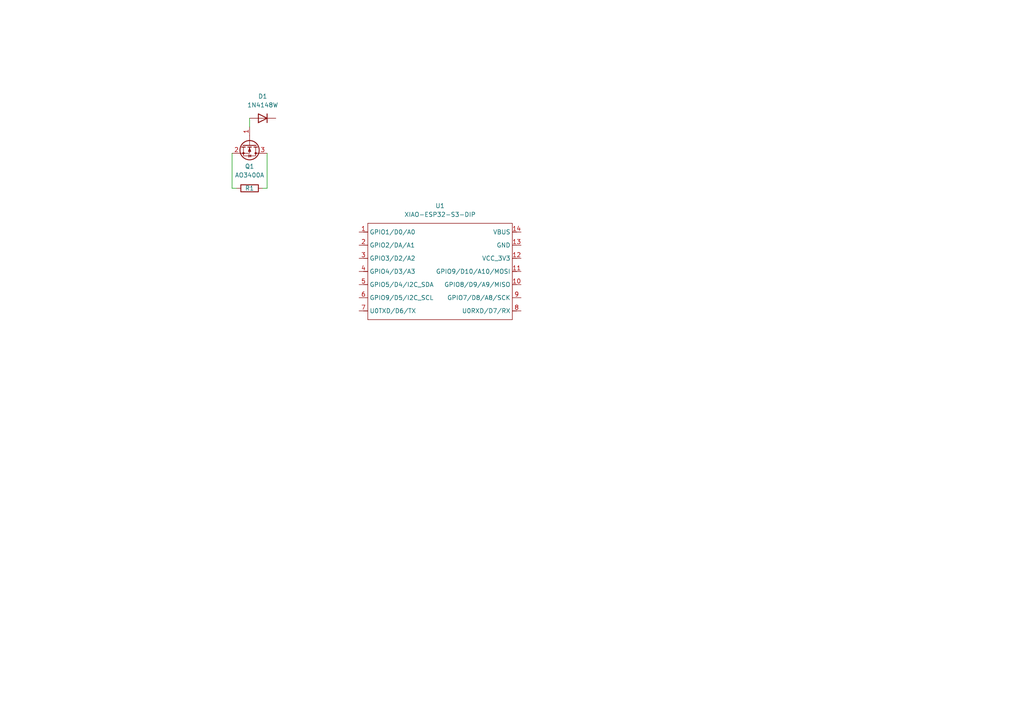
<source format=kicad_sch>
(kicad_sch (version 20250114) (generator "eeschema") (generator_version "9.0")
  (paper "A4")
  (lib_symbols
    (symbol "Device:R" (pin_numbers (hide yes)) (pin_names (offset 0))
      (property "Reference" "R" (at 2.032 0 90))
      (property "Value" "R" (at 0 0 90))
      (symbol "R_0_1"
        (rectangle (start -1.016 -2.54) (end 1.016 2.54) (stroke (width 0.254)))
      )
      (symbol "R_1_1"
        (pin passive line (at 0 3.81 270) (length 1.27) (name "~") (number "1"))
        (pin passive line (at 0 -3.81 90) (length 1.27) (name "~") (number "2"))
      )
    )
    (symbol "Diode:1N4148W" (pin_numbers (hide yes)) (pin_names (hide yes))
      (property "Reference" "D" (at 0 2.54 0))
      (property "Value" "1N4148W" (at 0 -2.54 0))
      (symbol "1N4148W_0_1"
        (polyline (pts (xy -1.27 1.27) (xy -1.27 -1.27)) (stroke (width 0.254)))
        (polyline (pts (xy 1.27 1.27) (xy 1.27 -1.27) (xy -1.27 0) (xy 1.27 1.27)) (stroke (width 0.254)))
        (polyline (pts (xy 1.27 0) (xy -1.27 0)))
      )
      (symbol "1N4148W_1_1"
        (pin passive line (at -3.81 0 0) (length 2.54) (name "K") (number "1"))
        (pin passive line (at 3.81 0 180) (length 2.54) (name "A") (number "2"))
      )
    )
    (symbol "Transistor_FET:AO3400A" (pin_names (offset 0) (hide yes))
      (property "Reference" "Q" (at 5.08 1.905 0))
      (property "Value" "AO3400A" (at 5.08 0 0))
      (symbol "AO3400A_0_1"
        (polyline (pts (xy 0.254 1.905) (xy 0.254 -1.905)) (stroke (width 0.254)))
        (polyline (pts (xy 0.254 0) (xy -2.54 0)))
        (polyline (pts (xy 0.762 2.286) (xy 0.762 1.27)) (stroke (width 0.254)))
        (polyline (pts (xy 0.762 0.508) (xy 0.762 -0.508)) (stroke (width 0.254)))
        (polyline (pts (xy 0.762 -1.27) (xy 0.762 -2.286)) (stroke (width 0.254)))
        (polyline (pts (xy 0.762 -1.778) (xy 3.302 -1.778) (xy 3.302 1.778) (xy 0.762 1.778)))
        (polyline (pts (xy 1.016 0) (xy 2.032 0.381) (xy 2.032 -0.381) (xy 1.016 0)) (fill (type outline)))
        (circle (center 1.651 0) (radius 2.794) (stroke (width 0.254)))
        (polyline (pts (xy 2.54 2.54) (xy 2.54 1.778)))
        (circle (center 2.54 1.778) (radius 0.254) (fill (type outline)))
        (circle (center 2.54 -1.778) (radius 0.254) (fill (type outline)))
        (polyline (pts (xy 2.54 -2.54) (xy 2.54 0) (xy 0.762 0)))
        (polyline (pts (xy 2.921 0.381) (xy 3.683 0.381)))
        (polyline (pts (xy 3.302 0.381) (xy 2.921 -0.254) (xy 3.683 -0.254) (xy 3.302 0.381)))
      )
      (symbol "AO3400A_1_1"
        (pin input line (at -5.08 0 0) (length 2.54) (name "G") (number "1"))
        (pin passive line (at 2.54 5.08 270) (length 2.54) (name "D") (number "3"))
        (pin passive line (at 2.54 -5.08 90) (length 2.54) (name "S") (number "2"))
      )
    )
    (symbol "XIAO:XIAO-ESP32-S3-DIP"
      (property "Reference" "U" (at 1.27 0.508 0))
      (property "Value" "XIAO-ESP32-S3-DIP" (at 9.652 -1.778 0))
      (symbol "XIAO-ESP32-S3-DIP_1_0"
        (polyline (pts (xy 0 -2.54) (xy 41.91 -2.54)) (stroke (width 0.1524)))
        (polyline (pts (xy 0 -5.08) (xy -1.27 -5.08)) (stroke (width 0.1524)))
        (polyline (pts (xy 0 -5.08) (xy 0 -2.54)) (stroke (width 0.1524)))
        (polyline (pts (xy 0 -8.89) (xy -1.27 -8.89)) (stroke (width 0.1524)))
        (polyline (pts (xy 0 -8.89) (xy 0 -5.08)) (stroke (width 0.1524)))
        (polyline (pts (xy 0 -12.7) (xy -1.27 -12.7)) (stroke (width 0.1524)))
        (polyline (pts (xy 0 -12.7) (xy 0 -8.89)) (stroke (width 0.1524)))
        (polyline (pts (xy 0 -16.51) (xy -1.27 -16.51)) (stroke (width 0.1524)))
        (polyline (pts (xy 0 -16.51) (xy 0 -12.7)) (stroke (width 0.1524)))
        (polyline (pts (xy 0 -20.32) (xy -1.27 -20.32)) (stroke (width 0.1524)))
        (polyline (pts (xy 0 -24.13) (xy -1.27 -24.13)) (stroke (width 0.1524)))
        (polyline (pts (xy 0 -27.94) (xy -1.27 -27.94)) (stroke (width 0.1524)))
        (polyline (pts (xy 0 -30.48) (xy 0 -16.51)) (stroke (width 0.1524)))
        (polyline (pts (xy 41.91 -2.54) (xy 41.91 -5.08)) (stroke (width 0.1524)))
        (polyline (pts (xy 41.91 -5.08) (xy 41.91 -8.89)) (stroke (width 0.1524)))
        (polyline (pts (xy 41.91 -8.89) (xy 41.91 -12.7)) (stroke (width 0.1524)))
        (polyline (pts (xy 41.91 -12.7) (xy 41.91 -30.48)) (stroke (width 0.1524)))
        (polyline (pts (xy 41.91 -30.48) (xy 0 -30.48)) (stroke (width 0.1524)))
        (polyline (pts (xy 43.18 -5.08) (xy 41.91 -5.08)) (stroke (width 0.1524)))
        (polyline (pts (xy 43.18 -8.89) (xy 41.91 -8.89)) (stroke (width 0.1524)))
        (polyline (pts (xy 43.18 -12.7) (xy 41.91 -12.7)) (stroke (width 0.1524)))
        (polyline (pts (xy 43.18 -16.51) (xy 41.91 -16.51)) (stroke (width 0.1524)))
        (polyline (pts (xy 43.18 -20.32) (xy 41.91 -20.32)) (stroke (width 0.1524)))
        (polyline (pts (xy 43.18 -24.13) (xy 41.91 -24.13)) (stroke (width 0.1524)))
        (polyline (pts (xy 43.18 -27.94) (xy 41.91 -27.94)) (stroke (width 0.1524)))
        (pin passive line (at -2.54 -5.08 0) (length 2.54) (name "GPIO1/D0/A0") (number "1"))
        (pin passive line (at -2.54 -8.89 0) (length 2.54) (name "GPIO2/DA/A1") (number "2"))
        (pin passive line (at -2.54 -12.7 0) (length 2.54) (name "GPIO3/D2/A2") (number "3"))
        (pin passive line (at -2.54 -16.51 0) (length 2.54) (name "GPIO4/D3/A3") (number "4"))
        (pin passive line (at -2.54 -20.32 0) (length 2.54) (name "GPIO5/D4/I2C_SDA") (number "5"))
        (pin passive line (at -2.54 -24.13 0) (length 2.54) (name "GPIO9/D5/I2C_SCL") (number "6"))
        (pin passive line (at -2.54 -27.94 0) (length 2.54) (name "U0TXD/D6/TX") (number "7"))
        (pin passive line (at 44.45 -5.08 180) (length 2.54) (name "VBUS") (number "14"))
        (pin passive line (at 44.45 -8.89 180) (length 2.54) (name "GND") (number "13"))
        (pin passive line (at 44.45 -12.7 180) (length 2.54) (name "VCC_3V3") (number "12"))
        (pin passive line (at 44.45 -16.51 180) (length 2.54) (name "GPIO9/D10/A10/MOSI") (number "11"))
        (pin passive line (at 44.45 -20.32 180) (length 2.54) (name "GPIO8/D9/A9/MISO") (number "10"))
        (pin passive line (at 44.45 -24.13 180) (length 2.54) (name "GPIO7/D8/A8/SCK") (number "9"))
        (pin passive line (at 44.45 -27.94 180) (length 2.54) (name "U0RXD/D7/RX") (number "8"))
      )
    )
  )
  (wire (pts (xy 77.47 54.61) (xy 76.2 54.61)))
  (wire (pts (xy 67.31 44.45) (xy 67.31 54.61)))
  (wire (pts (xy 77.47 44.45) (xy 77.47 54.61)))
  (wire (pts (xy 67.31 54.61) (xy 68.58 54.61)))
  (wire (pts (xy 72.39 34.29) (xy 72.39 36.83)))
  (symbol (lib_id "Device:R") (at 72.39 54.61 270) (unit 1)
    (property "Reference" "R1" (at 72.39 54.61 90))
    (property "Value" "R" (effects (hide yes)))
    (property "Description" "Resistor" (effects (hide yes)))
  )
  (symbol (lib_id "XIAO:XIAO-ESP32-S3-DIP") (at 106.68 62.23 0) (unit 1)
    (property "Reference" "U1" (at 127.635 59.69 0))
    (property "Value" "XIAO-ESP32-S3-DIP" (at 127.635 62.23 0))
    (property "Footprint" "Module:MOUDLE14P-XIAO-DIP-SMD" (effects (hide yes)))
  )
  (symbol (lib_id "Transistor_FET:AO3400A") (at 72.39 41.91 270) (unit 1)
    (property "Reference" "Q1" (at 72.39 48.26 90))
    (property "Value" "AO3400A" (at 72.39 50.8 90))
    (property "Footprint" "Package_TO_SOT_SMD:SOT-23" (effects (hide yes)))
    (property "Datasheet" "http://www.aosmd.com/pdfs/datasheet/AO3400A.pdf" (effects (hide yes)))
    (property "Description" "30V Vds, 5.7A Id, N-Channel MOSFET, SOT-23" (effects (hide yes)))
  )
  (symbol (lib_id "Diode:1N4148W") (at 76.2 34.29 180) (unit 1)
    (property "Reference" "D1" (at 76.2 27.94 0))
    (property "Value" "1N4148W" (at 76.2 30.48 0))
    (property "Footprint" "Diode_SMD:D_SOD-123" (effects (hide yes)))
    (property "Datasheet" "https://www.vishay.com/docs/85748/1n4148w.pdf" (effects (hide yes)))
    (property "Description" "75V 0.15A Fast Switching Diode, SOD-123" (effects (hide yes)))
    (property "Sim.Device" "D" (effects (hide yes)))
    (property "Sim.Pins" "1=K 2=A" (effects (hide yes)))
  )
)
</source>
